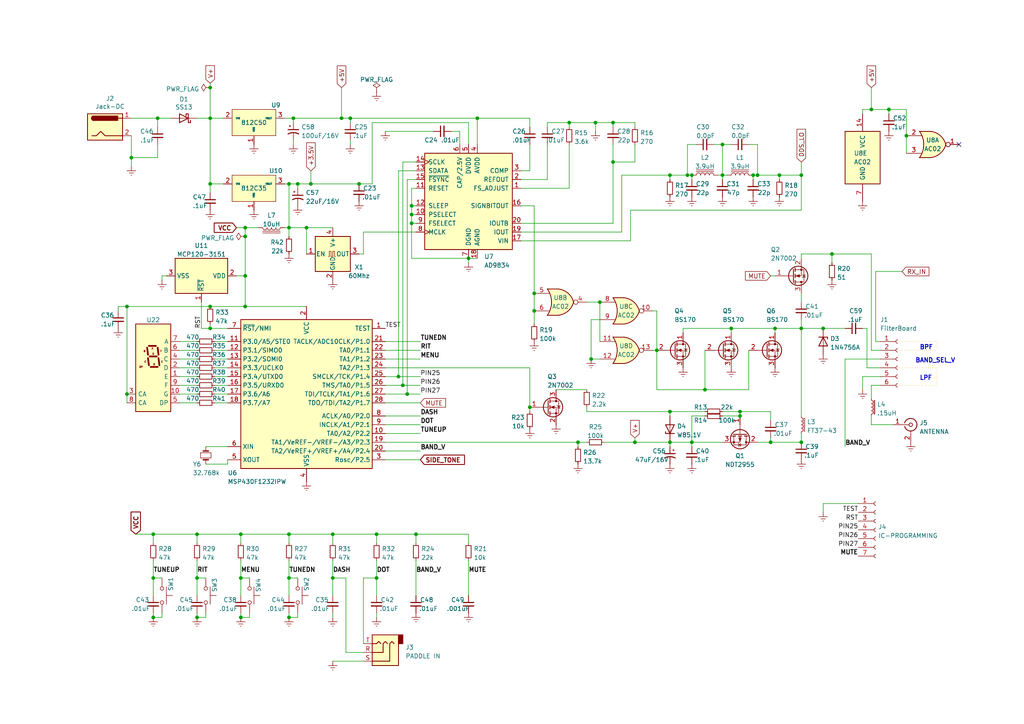
<source format=kicad_sch>
(kicad_sch (version 20211123) (generator eeschema)
  (paper "A4")
  (junction (at 69.85 167.64))
  (junction (at 57.15 179.07))
  (junction (at 257.81 31.75))
  (junction (at 209.55 50.8))
  (junction (at 153.67 118.11))
  (junction (at 116.84 111.76))
  (junction (at 223.52 128.27))
  (junction (at 219.71 50.8))
  (junction (at 60.96 25.4))
  (junction (at 60.96 53.34))
  (junction (at 194.31 128.27))
  (junction (at 57.15 167.64))
  (junction (at 45.72 34.29))
  (junction (at 119.38 59.69))
  (junction (at 200.66 50.8))
  (junction (at 101.6 34.29))
  (junction (at 262.89 39.37))
  (junction (at 214.63 120.65))
  (junction (at 212.09 95.25))
  (junction (at 36.83 88.9))
  (junction (at 184.15 128.27))
  (junction (at 71.12 88.9))
  (junction (at 60.96 34.29))
  (junction (at 83.82 179.07))
  (junction (at 83.82 167.64))
  (junction (at 194.31 50.8))
  (junction (at 83.82 154.94))
  (junction (at 209.55 41.91))
  (junction (at 119.38 64.77))
  (junction (at 135.89 74.93))
  (junction (at 154.94 85.09))
  (junction (at 238.76 95.25))
  (junction (at 38.1 45.72))
  (junction (at 60.96 95.25))
  (junction (at 109.22 154.94))
  (junction (at 44.45 154.94))
  (junction (at 96.52 167.64))
  (junction (at 232.41 95.25))
  (junction (at 57.15 154.94))
  (junction (at 204.47 113.03))
  (junction (at 71.12 80.01))
  (junction (at 85.09 34.29))
  (junction (at 44.45 179.07))
  (junction (at 173.99 87.63))
  (junction (at 194.31 119.38))
  (junction (at 104.14 53.34))
  (junction (at 214.63 119.38))
  (junction (at 232.41 128.27))
  (junction (at 171.45 104.14))
  (junction (at 69.85 154.94))
  (junction (at 44.45 167.64))
  (junction (at 60.96 88.9))
  (junction (at 224.79 95.25))
  (junction (at 86.36 53.34))
  (junction (at 177.8 35.56))
  (junction (at 88.9 66.04))
  (junction (at 96.52 154.94))
  (junction (at 119.38 62.23))
  (junction (at 69.85 179.07))
  (junction (at 241.3 73.66))
  (junction (at 232.41 50.8))
  (junction (at 172.72 35.56))
  (junction (at 90.17 53.34))
  (junction (at 154.94 90.17))
  (junction (at 83.82 53.34))
  (junction (at 109.22 167.64))
  (junction (at 199.39 50.8))
  (junction (at 120.65 154.94))
  (junction (at 138.43 34.29))
  (junction (at 190.5 101.6))
  (junction (at 71.12 66.04))
  (junction (at 99.06 34.29))
  (junction (at 165.1 35.56))
  (junction (at 252.73 31.75))
  (junction (at 71.12 68.58))
  (junction (at 218.44 50.8))
  (junction (at 83.82 66.04))
  (junction (at 226.06 50.8))
  (junction (at 118.11 114.3))
  (junction (at 115.57 109.22))
  (junction (at 36.83 114.3))
  (junction (at 200.66 128.27))
  (junction (at 177.8 46.99))
  (junction (at 167.64 128.27))
  (no_connect (at 278.13 41.91))
  (wire (pts (xy 72.39 177.8) (xy 72.39 179.07)))
  (wire (pts (xy 83.82 179.07) (xy 83.82 177.8)))
  (wire (pts (xy 250.19 109.22) (xy 255.27 109.22)))
  (wire (pts (xy 34.29 90.17) (xy 34.29 88.9)))
  (wire (pts (xy 194.31 50.8) (xy 194.31 52.07)))
  (wire (pts (xy 83.82 53.34) (xy 83.82 66.04)))
  (wire (pts (xy 133.35 41.91) (xy 133.35 38.1)))
  (wire (pts (xy 190.5 101.6) (xy 190.5 113.03)))
  (wire (pts (xy 198.12 96.52) (xy 198.12 95.25)))
  (wire (pts (xy 45.72 34.29) (xy 49.53 34.29)))
  (wire (pts (xy 262.89 31.75) (xy 262.89 39.37)))
  (wire (pts (xy 69.85 154.94) (xy 69.85 157.48)))
  (wire (pts (xy 232.41 95.25) (xy 238.76 95.25)))
  (wire (pts (xy 207.01 41.91) (xy 209.55 41.91)))
  (wire (pts (xy 226.06 50.8) (xy 226.06 52.07)))
  (wire (pts (xy 120.65 64.77) (xy 119.38 64.77)))
  (wire (pts (xy 109.22 167.64) (xy 109.22 172.72)))
  (wire (pts (xy 105.41 186.69) (xy 105.41 167.64)))
  (wire (pts (xy 34.29 88.9) (xy 36.83 88.9)))
  (wire (pts (xy 60.96 93.98) (xy 60.96 95.25)))
  (wire (pts (xy 99.06 25.4) (xy 99.06 34.29)))
  (wire (pts (xy 83.82 66.04) (xy 83.82 68.58)))
  (wire (pts (xy 52.07 109.22) (xy 57.15 109.22)))
  (wire (pts (xy 82.55 34.29) (xy 85.09 34.29)))
  (wire (pts (xy 204.47 113.03) (xy 217.17 113.03)))
  (wire (pts (xy 38.1 45.72) (xy 38.1 48.26)))
  (wire (pts (xy 204.47 119.38) (xy 194.31 119.38)))
  (wire (pts (xy 173.99 92.71) (xy 171.45 92.71)))
  (wire (pts (xy 161.29 113.03) (xy 170.18 113.03)))
  (wire (pts (xy 238.76 95.25) (xy 245.11 95.25)))
  (wire (pts (xy 82.55 53.34) (xy 83.82 53.34)))
  (wire (pts (xy 138.43 34.29) (xy 138.43 41.91)))
  (wire (pts (xy 52.07 116.84) (xy 57.15 116.84)))
  (wire (pts (xy 257.81 31.75) (xy 257.81 33.02)))
  (wire (pts (xy 250.19 31.75) (xy 252.73 31.75)))
  (wire (pts (xy 52.07 106.68) (xy 57.15 106.68)))
  (wire (pts (xy 101.6 34.29) (xy 138.43 34.29)))
  (wire (pts (xy 177.8 64.77) (xy 177.8 46.99)))
  (wire (pts (xy 254 99.06) (xy 255.27 99.06)))
  (wire (pts (xy 82.55 66.04) (xy 83.82 66.04)))
  (polyline (pts (xy 271.78 99.06) (xy 271.78 101.6)) (stroke (width 0) (type dot) (color 255 153 0 1)))
  (wire (pts (xy 135.89 154.94) (xy 135.89 157.48)))
  (wire (pts (xy 175.26 128.27) (xy 184.15 128.27)))
  (wire (pts (xy 62.23 111.76) (xy 66.04 111.76)))
  (wire (pts (xy 69.85 162.56) (xy 69.85 167.64)))
  (wire (pts (xy 177.8 41.91) (xy 177.8 46.99)))
  (wire (pts (xy 180.34 67.31) (xy 151.13 67.31)))
  (polyline (pts (xy 267.97 106.68) (xy 271.78 106.68)) (stroke (width 0) (type dot) (color 255 153 0 1)))
  (wire (pts (xy 60.96 34.29) (xy 64.77 34.29)))
  (wire (pts (xy 158.75 35.56) (xy 165.1 35.56)))
  (wire (pts (xy 153.67 118.11) (xy 153.67 106.68)))
  (wire (pts (xy 45.72 45.72) (xy 38.1 45.72)))
  (wire (pts (xy 184.15 36.83) (xy 184.15 35.56)))
  (wire (pts (xy 167.64 129.54) (xy 167.64 128.27)))
  (polyline (pts (xy 271.78 106.68) (xy 271.78 111.76)) (stroke (width 0) (type dot) (color 255 153 0 1)))
  (wire (pts (xy 223.52 119.38) (xy 223.52 121.92)))
  (wire (pts (xy 36.83 114.3) (xy 36.83 88.9)))
  (wire (pts (xy 209.55 50.8) (xy 209.55 52.07)))
  (wire (pts (xy 252.73 31.75) (xy 257.81 31.75)))
  (wire (pts (xy 57.15 154.94) (xy 69.85 154.94)))
  (wire (pts (xy 171.45 92.71) (xy 171.45 104.14)))
  (wire (pts (xy 39.37 154.94) (xy 44.45 154.94)))
  (wire (pts (xy 209.55 50.8) (xy 210.82 50.8)))
  (wire (pts (xy 151.13 69.85) (xy 182.88 69.85)))
  (wire (pts (xy 96.52 177.8) (xy 96.52 179.07)))
  (wire (pts (xy 120.65 154.94) (xy 135.89 154.94)))
  (wire (pts (xy 62.23 99.06) (xy 66.04 99.06)))
  (wire (pts (xy 154.94 85.09) (xy 154.94 90.17)))
  (wire (pts (xy 44.45 154.94) (xy 44.45 157.48)))
  (polyline (pts (xy 260.35 111.76) (xy 267.97 111.76)) (stroke (width 0) (type dot) (color 255 153 0 1)))
  (wire (pts (xy 204.47 113.03) (xy 204.47 101.6)))
  (wire (pts (xy 96.52 162.56) (xy 96.52 167.64)))
  (wire (pts (xy 224.79 95.25) (xy 224.79 96.52)))
  (wire (pts (xy 104.14 53.34) (xy 107.95 53.34)))
  (wire (pts (xy 59.69 179.07) (xy 57.15 179.07)))
  (wire (pts (xy 66.04 134.62) (xy 66.04 133.35)))
  (wire (pts (xy 172.72 35.56) (xy 172.72 38.1)))
  (wire (pts (xy 119.38 62.23) (xy 119.38 64.77)))
  (wire (pts (xy 151.13 59.69) (xy 154.94 59.69)))
  (wire (pts (xy 111.76 38.1) (xy 125.73 38.1)))
  (wire (pts (xy 219.71 50.8) (xy 226.06 50.8)))
  (wire (pts (xy 209.55 41.91) (xy 212.09 41.91)))
  (wire (pts (xy 245.11 104.14) (xy 255.27 104.14)))
  (wire (pts (xy 64.77 53.34) (xy 60.96 53.34)))
  (wire (pts (xy 62.23 101.6) (xy 66.04 101.6)))
  (wire (pts (xy 223.52 127) (xy 223.52 128.27)))
  (wire (pts (xy 182.88 60.96) (xy 232.41 60.96)))
  (wire (pts (xy 214.63 119.38) (xy 214.63 120.65)))
  (wire (pts (xy 100.33 189.23) (xy 100.33 167.64)))
  (wire (pts (xy 107.95 35.56) (xy 135.89 35.56)))
  (wire (pts (xy 158.75 52.07) (xy 158.75 41.91)))
  (wire (pts (xy 62.23 116.84) (xy 66.04 116.84)))
  (wire (pts (xy 232.41 85.09) (xy 232.41 87.63)))
  (wire (pts (xy 252.73 25.4) (xy 252.73 31.75)))
  (wire (pts (xy 52.07 114.3) (xy 57.15 114.3)))
  (wire (pts (xy 153.67 41.91) (xy 153.67 49.53)))
  (wire (pts (xy 44.45 162.56) (xy 44.45 167.64)))
  (wire (pts (xy 257.81 31.75) (xy 262.89 31.75)))
  (wire (pts (xy 44.45 154.94) (xy 57.15 154.94)))
  (wire (pts (xy 170.18 118.11) (xy 170.18 119.38)))
  (wire (pts (xy 138.43 34.29) (xy 153.67 34.29)))
  (wire (pts (xy 167.64 128.27) (xy 170.18 128.27)))
  (wire (pts (xy 135.89 74.93) (xy 135.89 76.2)))
  (wire (pts (xy 232.41 73.66) (xy 241.3 73.66)))
  (wire (pts (xy 121.92 120.65) (xy 111.76 120.65)))
  (wire (pts (xy 173.99 87.63) (xy 173.99 99.06)))
  (wire (pts (xy 209.55 119.38) (xy 214.63 119.38)))
  (wire (pts (xy 177.8 36.83) (xy 177.8 35.56)))
  (wire (pts (xy 198.12 95.25) (xy 212.09 95.25)))
  (wire (pts (xy 86.36 177.8) (xy 86.36 179.07)))
  (wire (pts (xy 184.15 35.56) (xy 177.8 35.56)))
  (wire (pts (xy 86.36 179.07) (xy 83.82 179.07)))
  (wire (pts (xy 105.41 189.23) (xy 100.33 189.23)))
  (wire (pts (xy 120.65 54.61) (xy 119.38 54.61)))
  (wire (pts (xy 116.84 111.76) (xy 121.92 111.76)))
  (wire (pts (xy 184.15 127) (xy 184.15 128.27)))
  (wire (pts (xy 71.12 66.04) (xy 71.12 68.58)))
  (wire (pts (xy 46.99 81.28) (xy 46.99 80.01)))
  (wire (pts (xy 69.85 167.64) (xy 69.85 172.72)))
  (wire (pts (xy 83.82 162.56) (xy 83.82 167.64)))
  (wire (pts (xy 252.73 111.76) (xy 255.27 111.76)))
  (wire (pts (xy 109.22 154.94) (xy 109.22 157.48)))
  (wire (pts (xy 85.09 40.64) (xy 85.09 41.91)))
  (wire (pts (xy 133.35 38.1) (xy 130.81 38.1)))
  (wire (pts (xy 118.11 114.3) (xy 118.11 52.07)))
  (wire (pts (xy 52.07 99.06) (xy 57.15 99.06)))
  (wire (pts (xy 119.38 74.93) (xy 135.89 74.93)))
  (wire (pts (xy 60.96 88.9) (xy 71.12 88.9)))
  (wire (pts (xy 86.36 53.34) (xy 86.36 54.61)))
  (wire (pts (xy 121.92 104.14) (xy 111.76 104.14)))
  (wire (pts (xy 252.73 123.19) (xy 259.08 123.19)))
  (wire (pts (xy 111.76 111.76) (xy 116.84 111.76)))
  (wire (pts (xy 212.09 95.25) (xy 212.09 96.52)))
  (wire (pts (xy 101.6 40.64) (xy 101.6 41.91)))
  (wire (pts (xy 109.22 162.56) (xy 109.22 167.64)))
  (wire (pts (xy 170.18 87.63) (xy 173.99 87.63)))
  (wire (pts (xy 154.94 90.17) (xy 154.94 93.98)))
  (wire (pts (xy 190.5 101.6) (xy 190.5 90.17)))
  (wire (pts (xy 204.47 120.65) (xy 200.66 120.65)))
  (wire (pts (xy 251.46 106.68) (xy 255.27 106.68)))
  (wire (pts (xy 115.57 109.22) (xy 115.57 49.53)))
  (wire (pts (xy 90.17 49.53) (xy 90.17 53.34)))
  (wire (pts (xy 153.67 106.68) (xy 111.76 106.68)))
  (wire (pts (xy 212.09 95.25) (xy 224.79 95.25)))
  (wire (pts (xy 250.19 95.25) (xy 251.46 95.25)))
  (wire (pts (xy 72.39 179.07) (xy 69.85 179.07)))
  (wire (pts (xy 199.39 50.8) (xy 200.66 50.8)))
  (wire (pts (xy 83.82 154.94) (xy 83.82 157.48)))
  (wire (pts (xy 135.89 74.93) (xy 138.43 74.93)))
  (wire (pts (xy 57.15 167.64) (xy 57.15 172.72)))
  (wire (pts (xy 194.31 128.27) (xy 194.31 129.54)))
  (wire (pts (xy 194.31 50.8) (xy 199.39 50.8)))
  (wire (pts (xy 96.52 167.64) (xy 96.52 172.72)))
  (wire (pts (xy 96.52 154.94) (xy 109.22 154.94)))
  (wire (pts (xy 232.41 74.93) (xy 232.41 73.66)))
  (wire (pts (xy 184.15 41.91) (xy 184.15 46.99)))
  (wire (pts (xy 217.17 113.03) (xy 217.17 101.6)))
  (wire (pts (xy 241.3 73.66) (xy 241.3 76.2)))
  (wire (pts (xy 194.31 128.27) (xy 200.66 128.27)))
  (wire (pts (xy 200.66 50.8) (xy 200.66 52.07)))
  (wire (pts (xy 107.95 35.56) (xy 107.95 53.34)))
  (wire (pts (xy 232.41 50.8) (xy 232.41 60.96)))
  (wire (pts (xy 58.42 87.63) (xy 58.42 95.25)))
  (wire (pts (xy 219.71 41.91) (xy 219.71 50.8)))
  (wire (pts (xy 69.85 167.64) (xy 72.39 167.64)))
  (wire (pts (xy 105.41 73.66) (xy 105.41 67.31)))
  (wire (pts (xy 194.31 50.8) (xy 180.34 50.8)))
  (wire (pts (xy 46.99 179.07) (xy 44.45 179.07)))
  (wire (pts (xy 71.12 68.58) (xy 71.12 80.01)))
  (wire (pts (xy 60.96 53.34) (xy 60.96 55.88)))
  (wire (pts (xy 109.22 154.94) (xy 120.65 154.94)))
  (wire (pts (xy 177.8 35.56) (xy 172.72 35.56)))
  (wire (pts (xy 180.34 50.8) (xy 180.34 67.31)))
  (wire (pts (xy 71.12 66.04) (xy 74.93 66.04)))
  (wire (pts (xy 119.38 54.61) (xy 119.38 59.69)))
  (wire (pts (xy 120.65 154.94) (xy 120.65 157.48)))
  (wire (pts (xy 59.69 134.62) (xy 66.04 134.62)))
  (polyline (pts (xy 260.35 99.06) (xy 271.78 99.06)) (stroke (width 0) (type dot) (color 255 153 0 1)))
  (wire (pts (xy 45.72 36.83) (xy 45.72 34.29)))
  (wire (pts (xy 52.07 104.14) (xy 57.15 104.14)))
  (wire (pts (xy 151.13 64.77) (xy 177.8 64.77)))
  (wire (pts (xy 238.76 148.59) (xy 238.76 146.05)))
  (wire (pts (xy 200.66 128.27) (xy 209.55 128.27)))
  (wire (pts (xy 135.89 162.56) (xy 135.89 172.72)))
  (wire (pts (xy 46.99 177.8) (xy 46.99 179.07)))
  (wire (pts (xy 111.76 109.22) (xy 115.57 109.22)))
  (wire (pts (xy 165.1 41.91) (xy 165.1 54.61)))
  (wire (pts (xy 62.23 104.14) (xy 66.04 104.14)))
  (wire (pts (xy 209.55 120.65) (xy 214.63 120.65)))
  (wire (pts (xy 241.3 73.66) (xy 252.73 73.66)))
  (wire (pts (xy 69.85 154.94) (xy 83.82 154.94)))
  (polyline (pts (xy 260.35 101.6) (xy 271.78 101.6)) (stroke (width 0) (type dot) (color 255 153 0 1)))
  (wire (pts (xy 111.76 114.3) (xy 118.11 114.3)))
  (wire (pts (xy 83.82 154.94) (xy 96.52 154.94)))
  (wire (pts (xy 36.83 114.3) (xy 36.83 116.84)))
  (wire (pts (xy 200.66 120.65) (xy 200.66 128.27)))
  (wire (pts (xy 120.65 162.56) (xy 120.65 172.72)))
  (wire (pts (xy 151.13 52.07) (xy 158.75 52.07)))
  (wire (pts (xy 105.41 67.31) (xy 120.65 67.31)))
  (wire (pts (xy 170.18 119.38) (xy 194.31 119.38)))
  (wire (pts (xy 116.84 46.99) (xy 120.65 46.99)))
  (wire (pts (xy 121.92 125.73) (xy 111.76 125.73)))
  (wire (pts (xy 119.38 64.77) (xy 119.38 74.93)))
  (wire (pts (xy 57.15 34.29) (xy 60.96 34.29)))
  (wire (pts (xy 57.15 167.64) (xy 59.69 167.64)))
  (wire (pts (xy 153.67 34.29) (xy 153.67 36.83)))
  (wire (pts (xy 111.76 133.35) (xy 121.92 133.35)))
  (wire (pts (xy 52.07 101.6) (xy 57.15 101.6)))
  (wire (pts (xy 252.73 101.6) (xy 255.27 101.6)))
  (wire (pts (xy 189.23 90.17) (xy 190.5 90.17)))
  (wire (pts (xy 62.23 106.68) (xy 66.04 106.68)))
  (wire (pts (xy 83.82 167.64) (xy 86.36 167.64)))
  (wire (pts (xy 111.76 128.27) (xy 167.64 128.27)))
  (wire (pts (xy 90.17 53.34) (xy 104.14 53.34)))
  (wire (pts (xy 60.96 53.34) (xy 60.96 34.29)))
  (wire (pts (xy 46.99 80.01) (xy 48.26 80.01)))
  (wire (pts (xy 121.92 99.06) (xy 111.76 99.06)))
  (wire (pts (xy 121.92 116.84) (xy 111.76 116.84)))
  (wire (pts (xy 115.57 109.22) (xy 121.92 109.22)))
  (wire (pts (xy 209.55 41.91) (xy 209.55 50.8)))
  (wire (pts (xy 96.52 154.94) (xy 96.52 157.48)))
  (wire (pts (xy 36.83 88.9) (xy 60.96 88.9)))
  (wire (pts (xy 118.11 52.07) (xy 120.65 52.07)))
  (wire (pts (xy 71.12 80.01) (xy 71.12 88.9)))
  (wire (pts (xy 217.17 41.91) (xy 219.71 41.91)))
  (wire (pts (xy 57.15 179.07) (xy 57.15 177.8)))
  (wire (pts (xy 120.65 59.69) (xy 119.38 59.69)))
  (wire (pts (xy 109.22 177.8) (xy 109.22 179.07)))
  (wire (pts (xy 60.96 95.25) (xy 66.04 95.25)))
  (wire (pts (xy 252.73 111.76) (xy 252.73 115.57)))
  (wire (pts (xy 85.09 34.29) (xy 99.06 34.29)))
  (wire (pts (xy 171.45 104.14) (xy 173.99 104.14)))
  (wire (pts (xy 38.1 34.29) (xy 45.72 34.29)))
  (wire (pts (xy 218.44 50.8) (xy 219.71 50.8)))
  (wire (pts (xy 250.19 33.02) (xy 250.19 31.75)))
  (wire (pts (xy 219.71 128.27) (xy 223.52 128.27)))
  (wire (pts (xy 165.1 54.61) (xy 151.13 54.61)))
  (wire (pts (xy 58.42 95.25) (xy 60.96 95.25)))
  (wire (pts (xy 238.76 146.05) (xy 248.92 146.05)))
  (wire (pts (xy 208.28 50.8) (xy 209.55 50.8)))
  (polyline (pts (xy 260.35 106.68) (xy 267.97 106.68)) (stroke (width 0) (type dot) (color 255 153 0 1)))
  (wire (pts (xy 119.38 59.69) (xy 119.38 62.23)))
  (wire (pts (xy 251.46 95.25) (xy 251.46 106.68)))
  (wire (pts (xy 71.12 88.9) (xy 88.9 88.9)))
  (wire (pts (xy 85.09 34.29) (xy 85.09 35.56)))
  (wire (pts (xy 252.73 73.66) (xy 252.73 101.6)))
  (wire (pts (xy 194.31 119.38) (xy 194.31 120.65)))
  (wire (pts (xy 226.06 50.8) (xy 232.41 50.8)))
  (wire (pts (xy 153.67 118.11) (xy 153.67 119.38)))
  (wire (pts (xy 44.45 167.64) (xy 44.45 172.72)))
  (wire (pts (xy 120.65 62.23) (xy 119.38 62.23)))
  (wire (pts (xy 111.76 130.81) (xy 121.92 130.81)))
  (wire (pts (xy 218.44 50.8) (xy 218.44 52.07)))
  (wire (pts (xy 96.52 191.77) (xy 105.41 191.77)))
  (wire (pts (xy 223.52 80.01) (xy 224.79 80.01)))
  (wire (pts (xy 104.14 73.66) (xy 105.41 73.66)))
  (wire (pts (xy 57.15 154.94) (xy 57.15 157.48)))
  (wire (pts (xy 69.85 179.07) (xy 69.85 177.8)))
  (wire (pts (xy 121.92 101.6) (xy 111.76 101.6)))
  (wire (pts (xy 189.23 101.6) (xy 190.5 101.6)))
  (wire (pts (xy 59.69 177.8) (xy 59.69 179.07)))
  (wire (pts (xy 44.45 167.64) (xy 46.99 167.64)))
  (wire (pts (xy 200.66 128.27) (xy 200.66 129.54)))
  (wire (pts (xy 154.94 59.69) (xy 154.94 85.09)))
  (wire (pts (xy 105.41 167.64) (xy 109.22 167.64)))
  (wire (pts (xy 52.07 111.76) (xy 57.15 111.76)))
  (wire (pts (xy 224.79 95.25) (xy 232.41 95.25)))
  (wire (pts (xy 60.96 25.4) (xy 60.96 34.29)))
  (wire (pts (xy 190.5 113.03) (xy 204.47 113.03)))
  (wire (pts (xy 158.75 36.83) (xy 158.75 35.56)))
  (wire (pts (xy 115.57 49.53) (xy 120.65 49.53)))
  (wire (pts (xy 96.52 167.64) (xy 100.33 167.64)))
  (wire (pts (xy 59.69 129.54) (xy 66.04 129.54)))
  (wire (pts (xy 182.88 69.85) (xy 182.88 60.96)))
  (wire (pts (xy 135.89 35.56) (xy 135.89 41.91)))
  (wire (pts (xy 83.82 167.64) (xy 83.82 172.72)))
  (wire (pts (xy 199.39 41.91) (xy 199.39 50.8)))
  (wire (pts (xy 177.8 46.99) (xy 184.15 46.99)))
  (wire (pts (xy 232.41 92.71) (xy 232.41 95.25)))
  (wire (pts (xy 101.6 34.29) (xy 101.6 35.56)))
  (wire (pts (xy 118.11 114.3) (xy 121.92 114.3)))
  (wire (pts (xy 88.9 66.04) (xy 96.52 66.04)))
  (wire (pts (xy 165.1 35.56) (xy 172.72 35.56)))
  (polyline (pts (xy 271.78 111.76) (xy 267.97 111.76)) (stroke (width 0) (type dot) (color 255 153 0 1)))
  (wire (pts (xy 250.19 113.03) (xy 250.19 109.22)))
  (wire (pts (xy 223.52 128.27) (xy 232.41 128.27)))
  (wire (pts (xy 232.41 125.73) (xy 232.41 128.27)))
  (wire (pts (xy 83.82 66.04) (xy 88.9 66.04)))
  (wire (pts (xy 165.1 35.56) (xy 165.1 36.83)))
  (wire (pts (xy 88.9 66.04) (xy 88.9 73.66)))
  (wire (pts (xy 44.45 179.07) (xy 44.45 177.8)))
  (wire (pts (xy 252.73 120.65) (xy 252.73 123.19)))
  (wire (pts (xy 45.72 41.91) (xy 45.72 45.72)))
  (wire (pts (xy 232.41 95.25) (xy 232.41 120.65)))
  (wire (pts (xy 214.63 119.38) (xy 223.52 119.38)))
  (wire (pts (xy 254 78.74) (xy 261.62 78.74)))
  (wire (pts (xy 153.67 49.53) (xy 151.13 49.53)))
  (wire (pts (xy 38.1 39.37) (xy 38.1 45.72)))
  (wire (pts (xy 254 99.06) (xy 254 78.74)))
  (wire (pts (xy 245.11 129.54) (xy 245.11 104.14)))
  (wire (pts (xy 232.41 46.99) (xy 232.41 50.8)))
  (wire (pts (xy 116.84 111.76) (xy 116.84 46.99)))
  (wire (pts (xy 99.06 34.29) (xy 101.6 34.29)))
  (wire (pts (xy 62.23 109.22) (xy 66.04 109.22)))
  (wire (pts (xy 121.92 123.19) (xy 111.76 123.19)))
  (wire (pts (xy 68.58 66.04) (xy 71.12 66.04)))
  (wire (pts (xy 83.82 53.34) (xy 86.36 53.34)))
  (wire (pts (xy 262.89 39.37) (xy 262.89 44.45)))
  (wire (pts (xy 62.23 114.3) (xy 66.04 114.3)))
  (wire (pts (xy 90.17 53.34) (xy 86.36 53.34)))
  (wire (pts (xy 201.93 41.91) (xy 199.39 41.91)))
  (wire (pts (xy 184.15 128.27) (xy 194.31 128.27)))
  (wire (pts (xy 68.58 80.01) (xy 71.12 80.01)))
  (wire (pts (xy 57.15 162.56) (xy 57.15 167.64)))
  (wire (pts (xy 60.96 25.4) (xy 60.96 24.13)))
  (text "BAND_SEL_V" (at 265.43 105.41 0) (effects (font (size 1.27 1.27) (thickness 0.254) bold) (justify left bottom)))
  (text "LPF" (at 266.7 110.49 0) (effects (font (size 1.27 1.27) (thickness 0.254) bold) (justify left bottom)))
  (text "BPF" (at 266.7 101.6 0) (effects (font (size 1.27 1.27) bold) (justify left bottom)))
  (label "PIN26" (at 121.92 111.76 0))
  (label "TUNEUP" (at 121.92 125.73 0) (effects (font bold)))
  (label "BAND_V" (at 245.11 129.54 0) (effects (font bold)))
  (label "TUNEDN" (at 121.92 99.06 0) (effects (font bold)))
  (label "TEST" (at 111.76 95.25 0))
  (label "PIN26" (at 248.92 156.21 180))
  (label "DASH" (at 121.92 120.65 0) (effects (font bold)))
  (label "BAND_V" (at 121.92 130.81 0) (effects (font bold)))
  (label "DOT" (at 109.22 166.37 0) (effects (font bold)))
  (label "RST" (at 58.42 95.25 90))
  (label "RIT" (at 121.92 101.6 0) (effects (font bold)))
  (label "MENU" (at 121.92 104.14 0) (effects (font bold)))
  (label "MENU" (at 69.85 166.37 0) (effects (font bold)))
  (label "TUNEDN" (at 83.82 166.37 0) (effects (font bold)))
  (label "MUTE" (at 248.92 161.29 180) (effects (font (thickness 0.254) bold)))
  (label "RST" (at 248.92 151.13 180))
  (label "TEST" (at 248.92 148.59 180))
  (label "MUTE" (at 135.89 166.37 0) (effects (font bold)))
  (label "RIT" (at 57.15 166.37 0) (effects (font bold)))
  (label "BAND_V" (at 120.65 166.37 0) (effects (font bold)))
  (label "DOT" (at 121.92 123.19 0) (effects (font bold)))
  (label "DASH" (at 96.52 166.37 0) (effects (font bold)))
  (label "PIN27" (at 248.92 158.75 180))
  (label "TUNEUP" (at 44.45 166.37 0) (effects (font bold)))
  (label "PIN27" (at 121.92 114.3 0))
  (label "PIN25" (at 121.92 109.22 0))
  (label "PIN25" (at 248.92 153.67 180))
  (global_label "+3.5V" (shape input) (at 90.17 49.53 90) (property "Intersheet References" "${INTERSHEET_REFS}" (effects hide)))
  (global_label "VCC" (shape input) (at 68.58 66.04 180) (effects (font bold)) (property "Intersheet References" "${INTERSHEET_REFS}" (effects hide)))
  (global_label "V+" (shape input) (at 60.96 24.13 90) (property "Intersheet References" "${INTERSHEET_REFS}" (effects hide)))
  (global_label "VCC" (shape input) (at 39.37 154.94 90) (effects (font bold)) (property "Intersheet References" "${INTERSHEET_REFS}" (effects hide)))
  (global_label "+5V" (shape input) (at 99.06 25.4 90) (property "Intersheet References" "${INTERSHEET_REFS}" (effects hide)))
  (global_label "+5V" (shape input) (at 252.73 25.4 90) (property "Intersheet References" "${INTERSHEET_REFS}" (effects hide)))
  (global_label "DDS_LO" (shape input) (at 232.41 46.99 90) (property "Intersheet References" "${INTERSHEET_REFS}" (effects hide)))
  (global_label "MUTE" (shape input) (at 121.92 116.84 0) (property "Intersheet References" "${INTERSHEET_REFS}" (effects hide)))
  (global_label "SIDE_TONE" (shape input) (at 121.92 133.35 0) (effects (font bold)) (property "Intersheet References" "${INTERSHEET_REFS}" (effects hide)))
  (global_label "RX_IN" (shape input) (at 261.62 78.74 0) (property "Intersheet References" "${INTERSHEET_REFS}" (effects hide)))
  (global_label "MUTE" (shape input) (at 223.52 80.01 180) (property "Intersheet References" "${INTERSHEET_REFS}" (effects hide)))
  (global_label "V+" (shape input) (at 184.15 127 90) (property "Intersheet References" "${INTERSHEET_REFS}" (effects hide)))
  (symbol (lib_id "Device:C_Small") (at 128.27 38.1 90) (unit 1)
    (property "Reference" "C24" (at 127 40.64 90) (effects (justify left)))
    (property "Value" ".01uF" (at 133.35 40.64 90) (effects (justify left)))
    (property "Footprint" "Capacitor_SMD:C_0805_2012Metric" (effects hide))
  )
  (symbol (lib_id "Transistor_FET:BS170") (at 195.58 101.6 0) (unit 1)
    (property "Reference" "Q4" (at 195.58 90.1731 0) (effects (justify left)))
    (property "Value" "BS170" (at 195.58 92.71 0) (effects (justify left)))
    (property "Footprint" "Package_TO_SOT_THT:TO-92" (effects hide))
    (property "Datasheet" "https://www.onsemi.com/pub/Collateral/BS170-D.PDF" (effects hide))
  )
  (symbol (lib_id "Device:R_Small") (at 109.22 160.02 0) (unit 1)
    (property "Reference" "R32" (at 110.7186 159.1853 0) (effects (justify left)))
    (property "Value" "47k" (at 110.7186 161.7222 0) (effects (justify left)))
    (property "Footprint" "Resistor_SMD:R_0805_2012Metric" (effects hide))
  )
  (symbol (lib_id "Connector:AudioJack3") (at 110.49 189.23 180) (unit 1)
    (property "Reference" "J3" (at 117.602 187.7603 0) (effects (justify right)))
    (property "Value" "PADDLE IN" (at 117.602 190.2972 0) (effects (justify right)))
    (property "Footprint" "Connector_Audio:Jack_3.5mm_CUI_SJ-3523-SMT_Horizontal" (effects hide))
  )
  (symbol (lib_id "Device:L_Iron") (at 204.47 50.8 90) (unit 1)
    (property "Reference" "L2" (at 204.47 45.7032 90))
    (property "Value" "3.9uH" (at 204.47 48.2401 90))
    (property "Footprint" "Inductor_SMD:L_2010_5025Metric" (effects hide))
  )
  (symbol (lib_id "Transistor_FET:BS170") (at 209.55 101.6 0) (unit 1)
    (property "Reference" "Q5" (at 209.55 90.1731 0) (effects (justify left)))
    (property "Value" "BS170" (at 209.55 92.71 0) (effects (justify left)))
    (property "Footprint" "Package_TO_SOT_THT:TO-92" (effects hide))
    (property "Datasheet" "https://www.onsemi.com/pub/Collateral/BS170-D.PDF" (effects hide))
  )
  (symbol (lib_id "Device:R_Small") (at 44.45 160.02 0) (unit 1)
    (property "Reference" "R28" (at 45.9486 159.1853 0) (effects (justify left)))
    (property "Value" "47k" (at 45.9486 161.7222 0) (effects (justify left)))
    (property "Footprint" "Resistor_SMD:R_0805_2012Metric" (effects hide))
  )
  (symbol (lib_id "Diode:BZT52Bxx") (at 194.31 124.46 90) (unit 1)
    (property "Reference" "D4" (at 196.342 123.6253 90) (effects (justify right)))
    (property "Value" "W85.1V" (at 196.342 126.1622 90) (effects (justify right)))
    (property "Footprint" "Diode_SMD:D_SOD-123" (effects hide))
    (property "Datasheet" "https://diotec.com/tl_files/diotec/files/pdf/datasheets/bzt52b2v4.pdf" (effects hide))
  )
  (symbol (lib_id "Device:R_Small") (at 69.85 160.02 0) (unit 1)
    (property "Reference" "R30" (at 71.3486 159.1853 0) (effects (justify left)))
    (property "Value" "47k" (at 71.3486 161.7222 0) (effects (justify left)))
    (property "Footprint" "Resistor_SMD:R_0805_2012Metric" (effects hide))
  )
  (symbol (lib_id "Transistor_FET:2N7002") (at 229.87 80.01 0) (mirror x) (unit 1)
    (property "Reference" "Q2" (at 223.52 72.3931 0) (effects (justify left)))
    (property "Value" "2N7002" (at 223.52 74.93 0) (effects (justify left)))
    (property "Footprint" "Package_TO_SOT_SMD:SOT-23" (effects hide))
    (property "Datasheet" "https://www.onsemi.com/pub/Collateral/NDS7002A-D.PDF" (effects hide))
  )
  (symbol (lib_id "Device:R_Small") (at 154.94 96.52 0) (unit 1)
    (property "Reference" "R19" (at 156.4386 95.6853 0) (effects (justify left)))
    (property "Value" "100k" (at 156.4386 98.2222 0) (effects (justify left)))
    (property "Footprint" "Resistor_SMD:R_0805_2012Metric" (effects hide))
  )
  (symbol (lib_id "power:GNDREF") (at 161.29 123.19 0) (unit 1)
    (property "Reference" "#PWR0123" (effects hide))
    (property "Value" "GNDREF" (effects hide))
  )
  (symbol (lib_id "power:GNDREF") (at 224.79 106.68 0) (unit 1)
    (property "Reference" "#PWR0121" (effects hide))
    (property "Value" "GNDREF" (effects hide))
  )
  (symbol (lib_id "Device:C_Small") (at 218.44 54.61 0) (mirror y) (unit 1)
    (property "Reference" "C33" (at 223.52 53.34 0) (effects (justify left)))
    (property "Value" "22p" (at 223.52 55.88 0) (effects (justify left)))
    (property "Footprint" "Capacitor_SMD:C_0805_2012Metric" (effects hide))
  )
  (symbol (lib_id "power:GNDREF") (at 101.6 41.91 0) (unit 1)
    (property "Reference" "#PWR0138" (effects hide))
    (property "Value" "GNDREF" (effects hide))
  )
  (symbol (lib_id "Device:L_Ferrite_Small") (at 232.41 123.19 0) (unit 1)
    (property "Reference" "L3" (at 234.061 122.3553 0) (effects (justify left)))
    (property "Value" "FT37-43" (at 234.061 124.8922 0) (effects (justify left)))
    (property "Footprint" "CraftsmanICs:Choke_Toroid_horizontal_Diameter10-5mm_Amidon-FT37" (effects hide))
  )
  (symbol (lib_id "Diode:1N47xxA") (at 238.76 99.06 270) (unit 1)
    (property "Reference" "D3" (at 240.792 98.2253 90) (effects (justify left)))
    (property "Value" "1N4756A" (at 240.792 100.7622 90) (effects (justify left)))
    (property "Footprint" "Diode_THT:D_DO-41_SOD81_P7.62mm_Horizontal" (effects hide))
    (property "Datasheet" "https://www.vishay.com/docs/85816/1n4728a.pdf" (effects hide))
  )
  (symbol (lib_id "power:GNDREF") (at 109.22 179.07 0) (unit 1)
    (property "Reference" "#PWR0134" (effects hide))
    (property "Value" "GNDREF" (effects hide))
  )
  (symbol (lib_id "Device:R_Small") (at 59.69 111.76 90) (unit 1)
    (property "Reference" "R39" (at 63.5 110.49 90))
    (property "Value" "470" (at 55.88 110.49 90))
    (property "Footprint" "Resistor_SMD:R_0805_2012Metric" (effects hide))
  )
  (symbol (lib_id "power:GNDREF") (at 226.06 57.15 0) (unit 1)
    (property "Reference" "#PWR0113" (effects hide))
    (property "Value" "GNDREF" (effects hide))
  )
  (symbol (lib_id "power:GNDREF") (at 60.96 60.96 0) (unit 1)
    (property "Reference" "#PWR0146" (effects hide))
    (property "Value" "GNDREF" (effects hide))
  )
  (symbol (lib_id "Device:R_Small") (at 241.3 78.74 180) (unit 1)
    (property "Reference" "R20" (at 242.7986 77.9053 0) (effects (justify right)))
    (property "Value" "51" (at 242.7986 80.4422 0) (effects (justify right)))
    (property "Footprint" "Resistor_SMD:R_0805_2012Metric" (effects hide))
  )
  (symbol (lib_id "power:GNDREF") (at 120.65 177.8 0) (unit 1)
    (property "Reference" "#PWR0133" (effects hide))
    (property "Value" "GNDREF" (effects hide))
  )
  (symbol (lib_id "power:GNDREF") (at 69.85 179.07 0) (unit 1)
    (property "Reference" "#PWR0127" (effects hide))
    (property "Value" "GNDREF" (effects hide))
  )
  (symbol (lib_id "Device:L_Iron_Small") (at 252.73 118.11 0) (unit 1)
    (property "Reference" "L4" (at 254.381 117.2753 0) (effects (justify left)))
    (property "Value" ".15uH" (at 254.381 119.8122 0) (effects (justify left)))
    (property "Footprint" "Inductor_SMD:L_2010_5025Metric" (effects hide))
  )
  (symbol (lib_id "power:GNDREF") (at 250.19 58.42 0) (unit 1)
    (property "Reference" "#PWR0102" (effects hide))
    (property "Value" "GNDREF" (effects hide))
  )
  (symbol (lib_id "power:GNDREF") (at 111.76 38.1 0) (unit 1)
    (property "Reference" "#PWR0139" (effects hide))
    (property "Value" "GNDREF" (effects hide))
  )
  (symbol (lib_id "Device:R_Small") (at 135.89 160.02 180) (unit 1)
    (property "Reference" "R21" (at 137.3886 159.1853 0) (effects (justify right)))
    (property "Value" "10k" (at 137.3886 161.7222 0) (effects (justify right)))
    (property "Footprint" "Resistor_SMD:R_0805_2012Metric" (effects hide))
  )
  (symbol (lib_id "Device:R_Small") (at 184.15 39.37 0) (unit 1)
    (property "Reference" "R16" (at 185.6486 38.5353 0) (effects (justify left)))
    (property "Value" "270" (at 185.6486 41.0722 0) (effects (justify left)))
    (property "Footprint" "Resistor_SMD:R_0805_2012Metric" (effects hide))
  )
  (symbol (lib_id "Device:R_Small") (at 165.1 39.37 0) (unit 1)
    (property "Reference" "R15" (at 166.5986 38.5353 0) (effects (justify left)))
    (property "Value" "3.6k" (at 166.5986 41.0722 0) (effects (justify left)))
    (property "Footprint" "Resistor_SMD:R_0805_2012Metric" (effects hide))
  )
  (symbol (lib_id "power:GNDREF") (at 88.9 139.7 0) (unit 1)
    (property "Reference" "#PWR0129" (effects hide))
    (property "Value" "GNDREF" (effects hide))
  )
  (symbol (lib_id "Device:R_Small") (at 207.01 119.38 90) (unit 1)
    (property "Reference" "R13" (at 203.2 118.11 90))
    (property "Value" "22k" (at 210.82 118.11 90))
    (property "Footprint" "Resistor_SMD:R_0805_2012Metric" (effects hide))
  )
  (symbol (lib_id "74xx:74HC02") (at 250.19 45.72 0) (unit 5)
    (property "Reference" "U8" (at 247.65 44.4531 0) (effects (justify left)))
    (property "Value" "AC02" (at 247.65 46.99 0) (effects (justify left)))
    (property "Footprint" "Package_SO:SSOP-14_5.3x6.2mm_P0.65mm" (effects hide))
    (property "Datasheet" "http://www.ti.com/lit/gpn/sn74hc02" (effects hide))
  )
  (symbol (lib_id "Device:R_Small") (at 59.69 106.68 90) (unit 1)
    (property "Reference" "R37" (at 63.5 105.41 90))
    (property "Value" "470" (at 55.88 105.41 90))
    (property "Footprint" "Resistor_SMD:R_0805_2012Metric" (effects hide))
  )
  (symbol (lib_id "MCU_Texas_MSP430:MSP430F1232IPW") (at 88.9 114.3 0) (unit 1)
    (property "Reference" "U6" (at 66.04 137.16 0) (effects (justify left)))
    (property "Value" "MSP430F1232IPW" (at 66.04 139.6969 0) (effects (justify left)))
    (property "Footprint" "Package_SO:TSSOP-28_4.4x9.7mm_P0.65mm" (effects hide))
    (property "Datasheet" "http://www.ti.com/lit/ds/symlink/msp430f1232.pdf" (effects hide))
  )
  (symbol (lib_id "Device:R_Small") (at 59.69 104.14 90) (unit 1)
    (property "Reference" "R36" (at 63.5 102.87 90))
    (property "Value" "470" (at 55.88 102.87 90))
    (property "Footprint" "Resistor_SMD:R_0805_2012Metric" (effects hide))
  )
  (symbol (lib_id "74xx:74HC02") (at 181.61 101.6 0) (unit 4)
    (property "Reference" "U8" (at 181.61 100.3331 0))
    (property "Value" "AC02" (at 181.61 102.87 0))
    (property "Footprint" "Package_SO:SSOP-14_5.3x6.2mm_P0.65mm" (effects hide))
    (property "Datasheet" "http://www.ti.com/lit/gpn/sn74hc02" (effects hide))
  )
  (symbol (lib_id "power:GNDREF") (at 209.55 57.15 0) (unit 1)
    (property "Reference" "#PWR0116" (effects hide))
    (property "Value" "GNDREF" (effects hide))
  )
  (symbol (lib_id "74xx:74HC02") (at 270.51 41.91 0) (unit 1)
    (property "Reference" "U8" (at 270.51 40.64 0))
    (property "Value" "AC02" (at 270.51 43.18 0))
    (property "Footprint" "Package_SO:SSOP-14_5.3x6.2mm_P0.65mm" (effects hide))
    (property "Datasheet" "http://www.ti.com/lit/gpn/sn74hc02" (effects hide))
  )
  (symbol (lib_id "power:GNDREF") (at 135.89 76.2 0) (unit 1)
    (property "Reference" "#PWR0140" (effects hide))
    (property "Value" "GNDREF" (effects hide))
  )
  (symbol (lib_id "Device:C_Small") (at 214.63 41.91 90) (mirror x) (unit 1)
    (property "Reference" "C32" (at 212.09 36.83 90) (effects (justify right)))
    (property "Value" "0.0pF" (at 212.09 39.37 90) (effects (justify right)))
    (property "Footprint" "Capacitor_SMD:C_0805_2012Metric" (effects hide))
  )
  (symbol (lib_id "Oscillator:XO32") (at 96.52 73.66 0) (unit 1)
    (property "Reference" "X1" (at 104.14 77.47 0))
    (property "Value" "60Mhz" (at 104.14 80.0069 0))
    (property "Footprint" "Oscillator:Oscillator_SMD_EuroQuartz_XO91-4Pin_7.0x5.0mm_HandSoldering" (effects hide))
    (property "Datasheet" "http://cdn-reichelt.de/documents/datenblatt/B400/XO32.pdf" (effects hide))
  )
  (symbol (lib_id "power:GNDREF") (at 135.89 177.8 0) (unit 1)
    (property "Reference" "#PWR0132" (effects hide))
    (property "Value" "GNDREF" (effects hide))
  )
  (symbol (lib_id "Device:C_Small") (at 60.96 58.42 0) (unit 1)
    (property "Reference" "C47" (at 55.88 57.15 0) (effects (justify left)))
    (property "Value" ".1uF" (at 55.88 59.69 0) (effects (justify left)))
    (property "Footprint" "Capacitor_SMD:C_0805_2012Metric" (effects hide))
  )
  (symbol (lib_id "power:GNDREF") (at 250.19 113.03 0) (unit 1)
    (property "Reference" "#PWR0107" (effects hide))
    (property "Value" "GNDREF" (effects hide))
  )
  (symbol (lib_id "Device:C_Small") (at 257.81 35.56 0) (mirror y) (unit 1)
    (property "Reference" "C52" (at 262.89 34.29 0) (effects (justify left)))
    (property "Value" ".1uF" (at 262.89 36.83 0) (effects (justify left)))
    (property "Footprint" "Capacitor_SMD:C_0805_2012Metric" (effects hide))
  )
  (symbol (lib_id "Device:R_Small") (at 59.69 116.84 90) (unit 1)
    (property "Reference" "R41" (at 63.5 115.57 90))
    (property "Value" "470" (at 55.88 115.57 90))
    (property "Footprint" "Resistor_SMD:R_0805_2012Metric" (effects hide))
  )
  (symbol (lib_id "power:GNDREF") (at 194.31 134.62 0) (unit 1)
    (property "Reference" "#PWR0111" (effects hide))
    (property "Value" "GNDREF" (effects hide))
  )
  (symbol (lib_id "Device:C_Small") (at 247.65 95.25 90) (mirror x) (unit 1)
    (property "Reference" "C59" (at 250.19 90.17 90) (effects (justify left)))
    (property "Value" ".1uF" (at 250.19 92.71 90) (effects (justify left)))
    (property "Footprint" "Capacitor_THT:C_Disc_D3.8mm_W2.6mm_P2.50mm" (effects hide))
  )
  (symbol (lib_id "Device:R_Small") (at 59.69 99.06 90) (unit 1)
    (property "Reference" "R34" (at 63.5 97.79 90))
    (property "Value" "470" (at 55.88 97.79 90))
    (property "Footprint" "Resistor_SMD:R_0805_2012Metric" (effects hide))
  )
  (symbol (lib_id "Switch:SW_Push") (at 59.69 172.72 270) (mirror x) (unit 1)
    (property "Reference" "SW3" (at 62.23 167.64 0) (effects (justify right)))
    (property "Value" "SW_Push" (effects hide))
    (property "Footprint" "Button_Switch_THT:SW_PUSH_6mm" (effects hide))
  )
  (symbol (lib_id "power:GNDREF") (at 200.66 57.15 0) (unit 1)
    (property "Reference" "#PWR0114" (effects hide))
    (property "Value" "GNDREF" (effects hide))
  )
  (symbol (lib_id "Device:R_Small") (at 57.15 160.02 0) (unit 1)
    (property "Reference" "R29" (at 58.6486 159.1853 0) (effects (justify left)))
    (property "Value" "47k" (at 58.6486 161.7222 0) (effects (justify left)))
    (property "Footprint" "Resistor_SMD:R_0805_2012Metric" (effects hide))
  )
  (symbol (lib_id "power:GNDREF") (at 200.66 134.62 0) (unit 1)
    (property "Reference" "#PWR0109" (effects hide))
    (property "Value" "GNDREF" (effects hide))
  )
  (symbol (lib_id "power:GNDREF") (at 73.66 60.96 0) (unit 1)
    (property "Reference" "#PWR0145" (effects hide))
    (property "Value" "GNDREF" (effects hide))
  )
  (symbol (lib_id "Device:C_Small") (at 200.66 132.08 0) (mirror y) (unit 1)
    (property "Reference" "C40" (at 205.74 130.81 0) (effects (justify left)))
    (property "Value" ".1uF" (at 205.74 133.35 0) (effects (justify left)))
    (property "Footprint" "Capacitor_SMD:C_0805_2012Metric" (effects hide))
  )
  (symbol (lib_id "Device:R_Small") (at 153.67 121.92 0) (mirror x) (unit 1)
    (property "Reference" "R23" (at 152.1714 121.0853 0) (effects (justify right)))
    (property "Value" "10k" (at 152.1714 123.6222 0) (effects (justify right)))
    (property "Footprint" "Resistor_SMD:R_0805_2012Metric" (effects hide))
  )
  (symbol (lib_id "Device:C_Small") (at 177.8 39.37 0) (mirror y) (unit 1)
    (property "Reference" "C28" (at 182.88 38.1 0) (effects (justify left)))
    (property "Value" "22p" (at 182.88 40.64 0) (effects (justify left)))
    (property "Footprint" "Capacitor_SMD:C_0805_2012Metric" (effects hide))
  )
  (symbol (lib_id "power:GNDREF") (at 85.09 41.91 0) (unit 1)
    (property "Reference" "#PWR0142" (effects hide))
    (property "Value" "GNDREF" (effects hide))
  )
  (symbol (lib_id "Device:C_Small") (at 135.89 175.26 0) (unit 1)
    (property "Reference" "C49" (at 130.81 173.99 0) (effects (justify left)))
    (property "Value" ".001uF" (at 129.54 176.53 0) (effects (justify left)))
    (property "Footprint" "Capacitor_SMD:C_0805_2012Metric" (effects hide))
  )
  (symbol (lib_id "Device:R_Small") (at 194.31 54.61 0) (unit 1)
    (property "Reference" "R17" (at 195.8086 53.7753 0) (effects (justify left)))
    (property "Value" "270" (at 195.8086 56.3122 0) (effects (justify left)))
    (property "Footprint" "Resistor_SMD:R_0805_2012Metric" (effects hide))
  )
  (symbol (lib_id "Device:R_Small") (at 170.18 115.57 0) (unit 1)
    (property "Reference" "R22" (at 171.6786 114.7353 0) (effects (justify left)))
    (property "Value" "2.2k" (at 171.6786 117.2722 0) (effects (justify left)))
    (property "Footprint" "Resistor_SMD:R_0805_2012Metric" (effects hide))
  )
  (symbol (lib_id "power:GNDREF") (at 232.41 133.35 0) (unit 1)
    (property "Reference" "#PWR0105" (effects hide))
    (property "Value" "GNDREF" (effects hide))
  )
  (symbol (lib_id "power:GNDREF") (at 167.64 134.62 0) (unit 1)
    (property "Reference" "#PWR0112" (effects hide))
    (property "Value" "GNDREF" (effects hide))
  )
  (symbol (lib_id "Device:C_Small") (at 104.14 55.88 0) (mirror y) (unit 1)
    (property "Reference" "C23" (at 109.22 54.61 0) (effects (justify left)))
    (property "Value" ".01uF" (at 110.49 57.15 0) (effects (justify left)))
    (property "Footprint" "Capacitor_SMD:C_0805_2012Metric" (effects hide))
  )
  (symbol (lib_id "Device:C_Polarized_Small_US") (at 194.31 132.08 0) (mirror y) (unit 1)
    (property "Reference" "C56" (at 189.23 130.81 0) (effects (justify right)))
    (property "Value" "47uF/16V" (at 184.15 133.35 0) (effects (justify right)))
    (property "Footprint" "Capacitor_THT:CP_Radial_D5.0mm_P2.00mm" (effects hide))
  )
  (symbol (lib_id "CraftsmanICs:S-812C") (at 73.66 54.61 0) (unit 1)
    (property "Reference" "U10" (at 80.01 49.53 0))
    (property "Value" "812C35" (at 73.66 54.61 0))
    (property "Footprint" "Package_TO_SOT_SMD:SOT-89-3" (effects hide))
  )
  (symbol (lib_id "Device:C_Small") (at 200.66 54.61 0) (mirror y) (unit 1)
    (property "Reference" "C29" (at 205.74 53.34 0) (effects (justify left)))
    (property "Value" "22p" (at 205.74 55.88 0) (effects (justify left)))
    (property "Footprint" "Capacitor_SMD:C_0805_2012Metric" (effects hide))
  )
  (symbol (lib_id "Display_Character:KCSA02-107") (at 44.45 106.68 0) (mirror y) (unit 1)
    (property "Reference" "U22" (at 44.45 92.8172 0))
    (property "Value" "KCSA02-107" (effects hide))
    (property "Footprint" "Display_7Segment:KCSC02-105" (effects hide))
    (property "Datasheet" "http://www.kingbright.com/attachments/file/psearch/000/00/00/KCSA02-107(Ver.10A).pdf" (effects hide))
  )
  (symbol (lib_id "74xx:74HC02") (at 181.61 90.17 0) (unit 3)
    (property "Reference" "U8" (at 181.61 88.9031 0))
    (property "Value" "AC02" (at 181.61 91.44 0))
    (property "Footprint" "Package_SO:SSOP-14_5.3x6.2mm_P0.65mm" (effects hide))
    (property "Datasheet" "http://www.ti.com/lit/gpn/sn74hc02" (effects hide))
  )
  (symbol (lib_id "Device:L_Iron") (at 78.74 66.04 270) (unit 1)
    (property "Reference" "L7" (at 78.74 62.4672 90))
    (property "Value" "10uH" (at 78.74 65.0041 90))
    (property "Footprint" "Inductor_SMD:L_2010_5025Metric" (effects hide))
  )
  (symbol (lib_id "power:GNDREF") (at 194.31 57.15 0) (unit 1)
    (property "Reference" "#PWR0115" (effects hide))
    (property "Value" "GNDREF" (effects hide))
  )
  (symbol (lib_id "Device:C_Small") (at 34.29 92.71 0) (unit 1)
    (property "Reference" "C36" (at 29.21 91.44 0) (effects (justify left)))
    (property "Value" ".1uF" (at 29.21 93.98 0) (effects (justify left)))
    (property "Footprint" "Capacitor_SMD:C_0805_2012Metric" (effects hide))
  )
  (symbol (lib_id "Device:C_Small") (at 120.65 175.26 0) (mirror y) (unit 1)
    (property "Reference" "C48" (at 125.73 173.99 0) (effects (justify left)))
    (property "Value" ".01uF" (at 127 176.53 0) (effects (justify left)))
    (property "Footprint" "Capacitor_SMD:C_0805_2012Metric" (effects hide))
  )
  (symbol (lib_id "Switch:SW_Push") (at 86.36 172.72 270) (mirror x) (unit 1)
    (property "Reference" "SW2" (at 88.9 171.45 0) (effects (justify left)))
    (property "Value" "SW_Push" (effects hide))
    (property "Footprint" "Button_Switch_THT:SW_PUSH_6mm" (effects hide))
  )
  (symbol (lib_id "power:GNDREF") (at 264.16 128.27 0) (unit 1)
    (property "Reference" "#PWR0108" (effects hide))
    (property "Value" "GNDREF" (effects hide))
  )
  (symbol (lib_id "Device:R_Small") (at 207.01 120.65 90) (unit 1)
    (property "Reference" "R14" (at 203.2 121.92 90))
    (property "Value" "100k" (at 210.82 121.92 90))
    (property "Footprint" "Resistor_SMD:R_0805_2012Metric" (effects hide))
  )
  (symbol (lib_id "power:GNDREF") (at 38.1 48.26 0) (unit 1)
    (property "Reference" "#PWR0144" (effects hide))
    (property "Value" "GNDREF" (effects hide))
  )
  (symbol (lib_id "Device:R_Small") (at 226.06 54.61 0) (unit 1)
    (property "Reference" "R18" (at 227.5586 53.7753 0) (effects (justify left)))
    (property "Value" "270" (at 227.5586 56.3122 0) (effects (justify left)))
    (property "Footprint" "Resistor_SMD:R_0805_2012Metric" (effects hide))
  )
  (symbol (lib_id "power:GNDREF") (at 104.14 58.42 0) (unit 1)
    (property "Reference" "#PWR0135" (effects hide))
    (property "Value" "GNDREF" (effects hide))
  )
  (symbol (lib_id "Device:R_Small") (at 59.69 109.22 90) (unit 1)
    (property "Reference" "R38" (at 63.5 107.95 90))
    (property "Value" "470" (at 55.88 107.95 90))
    (property "Footprint" "Resistor_SMD:R_0805_2012Metric" (effects hide))
  )
  (symbol (lib_id "Device:C_Polarized_Small_US") (at 85.09 38.1 0) (unit 1)
    (property "Reference" "C58" (at 87.4014 36.8335 0) (effects (justify left)))
    (property "Value" "100uF/16V" (at 87.4014 39.3704 0) (effects (justify left)))
    (property "Footprint" "Capacitor_THT:CP_Radial_D5.0mm_P2.00mm" (effects hide))
  )
  (symbol (lib_id "power:GNDREF") (at 86.36 59.69 0) (unit 1)
    (property "Reference" "#PWR0136" (effects hide))
    (property "Value" "GNDREF" (effects hide))
  )
  (symbol (lib_id "power:GNDREF") (at 198.12 106.68 0) (unit 1)
    (property "Reference" "#PWR0110" (effects hide))
    (property "Value" "GNDREF" (effects hide))
  )
  (symbol (lib_id "power:GNDREF") (at 154.94 99.06 0) (unit 1)
    (property "Reference" "#PWR0124" (effects hide))
    (property "Value" "GNDREF" (effects hide))
  )
  (symbol (lib_id "Device:C_Small") (at 204.47 41.91 90) (mirror x) (unit 1)
    (property "Reference" "C30" (at 201.93 36.83 90) (effects (justify right)))
    (property "Value" "0.0pF" (at 201.93 39.37 90) (effects (justify right)))
    (property "Footprint" "Capacitor_SMD:C_0805_2012Metric" (effects hide))
  )
  (symbol (lib_id "Device:D_Schottky") (at 53.34 34.29 180) (unit 1)
    (property "Reference" "D1" (at 53.34 28.7782 0))
    (property "Value" "SS13" (at 53.34 31.0896 0))
    (property "Footprint" "Diode_SMD:D_SMA" (effects hide))
  )
  (symbol (lib_id "Device:C_Small") (at 209.55 54.61 0) (mirror y) (unit 1)
    (property "Reference" "C31" (at 214.63 53.34 0) (effects (justify left)))
    (property "Value" "47p" (at 214.63 55.88 0) (effects (justify left)))
    (property "Footprint" "Capacitor_SMD:C_0805_2012Metric" (effects hide))
  )
  (symbol (lib_id "power:GNDREF") (at 238.76 148.59 0) (unit 1)
    (property "Reference" "#PWR0106" (effects hide))
    (property "Value" "GNDREF" (effects hide))
  )
  (symbol (lib_id "Transistor_FET:BS170") (at 222.25 101.6 0) (unit 1)
    (property "Reference" "Q6" (at 222.25 90.1731 0) (effects (justify left)))
    (property "Value" "BS170" (at 222.25 92.71 0) (effects (justify left)))
    (property "Footprint" "Package_TO_SOT_THT:TO-92" (effects hide))
    (property "Datasheet" "https://www.onsemi.com/pub/Collateral/BS170-D.PDF" (effects hide))
  )
  (symbol (lib_id "Device:C_Small") (at 44.45 175.26 0) (unit 1)
    (property "Reference" "C43" (at 39.37 173.99 0) (effects (justify left)))
    (property "Value" ".01uF" (at 38.1 176.53 0) (effects (justify left)))
    (property "Footprint" "Capacitor_SMD:C_0805_2012Metric" (effects hide))
  )
  (symbol (lib_id "power:GNDREF") (at 241.3 81.28 0) (unit 1)
    (property "Reference" "#PWR0118" (effects hide))
    (property "Value" "GNDREF" (effects hide))
  )
  (symbol (lib_id "Device:C_Small") (at 96.52 175.26 0) (unit 1)
    (property "Reference" "C35" (at 91.44 173.99 0) (effects (justify left)))
    (property "Value" ".01uF" (at 90.17 176.53 0) (effects (justify left)))
    (property "Footprint" "Capacitor_SMD:C_0805_2012Metric" (effects hide))
  )
  (symbol (lib_id "Device:C_Small") (at 83.82 175.26 0) (unit 1)
    (property "Reference" "C44" (at 78.74 173.99 0) (effects (justify left)))
    (property "Value" ".01uF" (at 77.47 176.53 0) (effects (justify left)))
    (property "Footprint" "Capacitor_SMD:C_0805_2012Metric" (effects hide))
  )
  (symbol (lib_id "power:GNDREF") (at 96.52 81.28 0) (unit 1)
    (property "Reference" "#PWR0141" (effects hide))
    (property "Value" "GNDREF" (effects hide))
  )
  (symbol (lib_id "Connector:Jack-DC") (at 30.48 36.83 0) (unit 1)
    (property "Reference" "J2" (at 31.9278 28.575 0))
    (property "Value" "Jack-DC" (at 31.9278 30.8864 0))
    (property "Footprint" "snapeda:CUI_PJ-041-SMT-TR" (effects hide))
  )
  (symbol (lib_id "Device:R_Small") (at 60.96 91.44 180) (unit 1)
    (property "Reference" "R33" (at 62.4586 90.6053 0) (effects (justify right)))
    (property "Value" "47k" (at 62.4586 93.1422 0) (effects (justify right)))
    (property "Footprint" "Resistor_SMD:R_0805_2012Metric" (effects hide))
  )
  (symbol (lib_id "Power_Supervisor:MCP120-xxxxTT") (at 58.42 80.01 270) (unit 1)
    (property "Reference" "U11" (at 58.42 71.2302 90))
    (property "Value" "MCP120-3151" (at 58.42 73.7671 90))
    (property "Footprint" "Package_TO_SOT_SMD:SOT-23" (effects hide))
    (property "Datasheet" "http://ww1.microchip.com/downloads/en/DeviceDoc/11184d.pdf" (effects hide))
  )
  (symbol (lib_id "Connector:Conn_01x07_Female") (at 254 153.67 0) (unit 1)
    (property "Reference" "J4" (at 254.7112 152.8353 0) (effects (justify left)))
    (property "Value" "IC-PROGRAMMING" (at 254.7112 155.3722 0) (effects (justify left)))
    (property "Footprint" "Connector_PinHeader_2.54mm:PinHeader_1x07_P2.54mm_Vertical" (effects hide))
  )
  (symbol (lib_id "Switch:SW_Push") (at 72.39 172.72 270) (mirror x) (unit 1)
    (property "Reference" "SW4" (at 74.93 167.64 0) (effects (justify right)))
    (property "Value" "SW_Push" (effects hide))
    (property "Footprint" "Button_Switch_THT:SW_PUSH_6mm" (effects hide))
  )
  (symbol (lib_id "power:GNDREF") (at 218.44 57.15 0) (unit 1)
    (property "Reference" "#PWR0117" (effects hide))
    (property "Value" "GNDREF" (effects hide))
  )
  (symbol (lib_id "power:GNDREF") (at 46.99 81.28 0) (unit 1)
    (property "Reference" "#PWR0137" (effects hide))
    (property "Value" "GNDREF" (effects hide))
  )
  (symbol (lib_id "Device:Crystal_Small") (at 59.69 132.08 90) (unit 1)
    (property "Reference" "Y6" (at 55.88 134.6231 90) (effects (justify right)))
    (property "Value" "32.768k" (at 55.88 137.16 90) (effects (justify right)))
    (property "Footprint" "SparkFun:CRYSTAL-PTH-2X6-CYL" (effects hide))
  )
  (symbol (lib_id "power:GNDREF") (at 238.76 102.87 0) (unit 1)
    (property "Reference" "#PWR0119" (effects hide))
    (property "Value" "GNDREF" (effects hide))
  )
  (symbol (lib_id "Device:C_Small") (at 153.67 39.37 0) (unit 1)
    (property "Reference" "C26" (at 148.59 38.1 0) (effects (justify left)))
    (property "Value" ".01uF" (at 148.59 40.64 0) (effects (justify left)))
    (property "Footprint" "Capacitor_SMD:C_0805_2012Metric" (effects hide))
  )
  (symbol (lib_id "74xx:74HC02") (at 162.56 87.63 0) (unit 2)
    (property "Reference" "U8" (at 162.56 86.3631 0))
    (property "Value" "AC02" (at 162.56 88.9 0))
    (property "Footprint" "Package_SO:SSOP-14_5.3x6.2mm_P0.65mm" (effects hide))
    (property "Datasheet" "http://www.ti.com/lit/gpn/sn74hc02" (effects hide))
  )
  (symbol (lib_id "Device:C_Polarized_Small_US") (at 86.36 57.15 0) (unit 1)
    (property "Reference" "C57" (at 88.6714 55.8835 0) (effects (justify left)))
    (property "Value" "22uF/16V" (at 88.6714 58.4204 0) (effects (justify left)))
    (property "Footprint" "Capacitor_THT:CP_Radial_D5.0mm_P2.00mm" (effects hide))
  )
  (symbol (lib_id "power:GNDREF") (at 57.15 179.07 0) (unit 1)
    (property "Reference" "#PWR0125" (effects hide))
    (property "Value" "GNDREF" (effects hide))
  )
  (symbol (lib_id "Connector:Conn_01x06_Female") (at 260.35 104.14 0) (unit 1)
    (property "Reference" "J1" (at 255.27 92.71 0) (effects (justify left)))
    (property "Value" "FilterBoard" (at 255.27 95.2469 0) (effects (justify left)))
    (property "Footprint" "Connector_PinSocket_2.54mm:PinSocket_1x06_P2.54mm_Vertical" (effects hide))
  )
  (symbol (lib_id "power:GNDREF") (at 83.82 179.07 0) (unit 1)
    (property "Reference" "#PWR0128" (effects hide))
    (property "Value" "GNDREF" (effects hide))
  )
  (symbol (lib_id "Device:C_Small") (at 45.72 39.37 0) (unit 1)
    (property "Reference" "C46" (at 40.64 38.1 0) (effects (justify left)))
    (property "Value" ".1uF" (at 40.64 40.64 0) (effects (justify left)))
    (property "Footprint" "Capacitor_SMD:C_0805_2012Metric" (effects hide))
  )
  (symbol (lib_id "power:GNDREF") (at 212.09 106.68 0) (unit 1)
    (property "Reference" "#PWR0120" (effects hide))
    (property "Value" "GNDREF" (effects hide))
  )
  (symbol (lib_id "Switch:SW_Push") (at 46.99 172.72 270) (mirror x) (unit 1)
    (property "Reference" "SW1" (at 49.53 171.45 0) (effects (justify left)))
    (property "Value" "SW_Push" (effects hide))
    (property "Footprint" "Button_Switch_THT:SW_PUSH_6mm" (effects hide))
  )
  (symbol (lib_id "power:GNDREF") (at 153.67 124.46 0) (unit 1)
    (property "Reference" "#PWR0122" (effects hide))
    (property "Value" "GNDREF" (effects hide))
  )
  (symbol (lib_id "Device:R_Small") (at 59.69 101.6 90) (unit 1)
    (property "Reference" "R35" (at 63.5 100.33 90))
    (property "Value" "470" (at 55.88 100.33 90))
    (property "Footprint" "Resistor_SMD:R_0805_2012Metric" (effects hide))
  )
  (symbol (lib_id "Device:C_Small") (at 109.22 175.26 0) (mirror y) (unit 1)
    (property "Reference" "C42" (at 114.3 173.99 0) (effects (justify left)))
    (property "Value" ".01uF" (at 115.57 176.53 0) (effects (justify left)))
    (property "Footprint" "Capacitor_SMD:C_0805_2012Metric" (effects hide))
  )
  (symbol (lib_id "Device:R_Small") (at 59.69 114.3 90) (unit 1)
    (property "Reference" "R40" (at 63.5 113.03 90))
    (property "Value" "470" (at 55.88 113.03 90))
    (property "Footprint" "Resistor_SMD:R_0805_2012Metric" (effects hide))
  )
  (symbol (lib_id "power:GNDREF") (at 172.72 38.1 0) (unit 1)
    (property "Reference" "#PWR0101" (effects hide))
    (property "Value" "GNDREF" (effects hide))
  )
  (symbol (lib_id "Device:C_Small") (at 101.6 38.1 0) (mirror y) (unit 1)
    (property "Reference" "C25" (at 106.68 36.83 0) (effects (justify left)))
    (property "Value" ".1uF" (at 106.68 39.37 0) (effects (justify left)))
    (property "Footprint" "Capacitor_SMD:C_0805_2012Metric" (effects hide))
  )
  (symbol (lib_id "power:GNDREF") (at 96.52 179.07 0) (unit 1)
    (property "Reference" "#PWR0130" (effects hide))
    (property "Value" "GNDREF" (effects hide))
  )
  (symbol (lib_id "Device:R_Small") (at 96.52 160.02 0) (unit 1)
    (property "Reference" "R31" (at 98.0186 159.1853 0) (effects (justify left)))
    (property "Value" "47k" (at 98.0186 161.7222 0) (effects (justify left)))
    (property "Footprint" "Resistor_SMD:R_0805_2012Metric" (effects hide))
  )
  (symbol (lib_id "power:GNDREF") (at 171.45 104.14 0) (unit 1)
    (property "Reference" "#PWR0104" (effects hide))
    (property "Value" "GNDREF" (effects hide))
  )
  (symbol (lib_id "Device:C_Small") (at 158.75 39.37 0) (mirror y) (unit 1)
    (property "Reference" "C27" (at 163.83 38.1 0) (effects (justify left)))
    (property "Value" ".01uF" (at 163.83 40.64 0) (effects (justify left)))
    (property "Footprint" "Capacitor_SMD:C_0805_2012Metric" (effects hide))
  )
  (symbol (lib_id "Device:R_Small") (at 83.82 71.12 0) (mirror x) (unit 1)
    (property "Reference" "R42" (at 82.3214 70.2853 0) (effects (justify right)))
    (property "Value" "22k" (at 82.3214 72.8222 0) (effects (justify right)))
    (property "Footprint" "Resistor_SMD:R_0805_2012Metric" (effects hide))
  )
  (symbol (lib_id "power:GNDREF") (at 73.66 41.91 0) (unit 1)
    (property "Reference" "#PWR0143" (effects hide))
    (property "Value" "GNDREF" (effects hide))
  )
  (symbol (lib_id "Device:C_Small") (at 69.85 175.26 0) (unit 1)
    (property "Reference" "C38" (at 64.77 173.99 0) (effects (justify left)))
    (property "Value" ".01uF" (at 63.5 176.53 0) (effects (justify left)))
    (property "Footprint" "Capacitor_SMD:C_0805_2012Metric" (effects hide))
  )
  (symbol (lib_id "Device:C_Small") (at 232.41 90.17 0) (mirror y) (unit 1)
    (property "Reference" "C41" (at 237.49 88.9 0) (effects (justify left)))
    (property "Value" ".01uF" (at 238.76 91.44 0) (effects (justify left)))
    (property "Footprint" "Capacitor_SMD:C_0805_2012Metric" (effects hide))
  )
  (symbol (lib_id "Device:C_Small") (at 232.41 130.81 0) (mirror y) (unit 1)
    (property "Reference" "C39" (at 237.49 129.54 0) (effects (justify left)))
    (property "Value" ".1uF" (at 237.49 132.08 0) (effects (justify left)))
    (property "Footprint" "Capacitor_SMD:C_0805_2012Metric" (effects hide))
  )
  (symbol (lib_id "power:GNDREF") (at 109.22 26.67 0) (unit 1)
    (property "Reference" "#PWR0168" (effects hide))
    (property "Value" "GNDREF" (effects hide))
  )
  (symbol (lib_id "Device:R_Small") (at 83.82 160.02 0) (unit 1)
    (property "Reference" "R27" (at 85.3186 159.1853 0) (effects (justify left)))
    (property "Value" "47k" (at 85.3186 161.7222 0) (effects (justify left)))
    (property "Footprint" "Resistor_SMD:R_0805_2012Metric" (effects hide))
  )
  (symbol (lib_id "Device:Q_PMOS_GDS") (at 214.63 125.73 270) (unit 1)
    (property "Reference" "Q1" (at 214.63 132.2054 90))
    (property "Value" "NDT2955" (at 214.63 134.7423 90))
    (property "Footprint" "digikey:Trans_SOT-223-4" (effects hide))
  )
  (symbol (lib_id "Device:L_Iron") (at 214.63 50.8 90) (unit 1)
    (property "Reference" "L1" (at 214.63 45.7032 90))
    (property "Value" "3.9uH" (at 214.63 48.2401 90))
    (property "Footprint" "Inductor_SMD:L_2010_5025Metric" (effects hide))
  )
  (symbol (lib_id "power:PWR_FLAG") (at 109.22 26.67 0) (unit 1)
    (property "Reference" "#FLG0102" (effects hide))
    (property "Value" "PWR_FLAG" (at 109.22 23.0942 0))
  )
  (symbol (lib_id "power:GNDREF") (at 96.52 191.77 0) (unit 1)
    (property "Reference" "#PWR0131" (effects hide))
    (property "Value" "GNDREF" (effects hide))
  )
  (symbol (lib_id "power:PWR_FLAG") (at 71.12 68.58 90) (unit 1)
    (property "Reference" "#FLG0103" (effects hide))
    (property "Value" "PWR_FLAG" (at 67.9451 69.0138 90) (effects (justify left)))
  )
  (symbol (lib_id "power:GNDREF") (at 34.29 95.25 0) (unit 1)
    (property "Reference" "#PWR0147" (effects hide))
    (property "Value" "GNDREF" (effects hide))
  )
  (symbol (lib_id "Device:R_Small") (at 120.65 160.02 0) (unit 1)
    (property "Reference" "R24" (at 122.1486 159.1853 0) (effects (justify left)))
    (property "Value" "22k" (at 122.1486 161.7222 0) (effects (justify left)))
    (property "Footprint" "Resistor_SMD:R_0805_2012Metric" (effects hide))
  )
  (symbol (lib_id "Device:C_Small") (at 57.15 175.26 0) (unit 1)
    (property "Reference" "C45" (at 52.07 173.99 0) (effects (justify left)))
    (property "Value" ".01uF" (at 50.8 176.53 0) (effects (justify left)))
    (property "Footprint" "Capacitor_SMD:C_0805_2012Metric" (effects hide))
  )
  (symbol (lib_id "Device:C_Small") (at 223.52 124.46 0) (mirror y) (unit 1)
    (property "Reference" "C37" (at 228.6 123.19 0) (effects (justify left)))
    (property "Value" ".01uF" (at 229.87 125.73 0) (effects (justify left)))
    (property "Footprint" "Capacitor_SMD:C_0805_2012Metric" (effects hide))
  )
  (symbol (lib_name "S-812C_1") (lib_id "CraftsmanICs:S-812C") (at 73.66 35.56 0) (unit 1)
    (property "Reference" "U9" (at 80.01 30.48 0))
    (property "Value" "812C50" (at 73.66 35.56 0))
    (property "Footprint" "Package_TO_SOT_SMD:SOT-89-3" (effects hide))
  )
  (symbol (lib_id "Transistor_FET:2N7002") (at 158.75 118.11 0) (unit 1)
    (property "Reference" "Q3" (at 158.75 109.2231 0) (effects (justify left)))
    (property "Value" "2N7002" (at 158.75 111.76 0) (effects (justify left)))
    (property "Footprint" "Package_TO_SOT_SMD:SOT-23" (effects hide))
    (property "Datasheet" "https://www.onsemi.com/pub/Collateral/NDS7002A-D.PDF" (effects hide))
  )
  (symbol (lib_id "power:GNDREF") (at 83.82 73.66 0) (unit 1)
    (property "Reference" "#PWR0169" (effects hide))
    (property "Value" "GNDREF" (effects hide))
  )
  (symbol (lib_id "power:GNDREF") (at 257.81 38.1 0) (unit 1)
    (property "Reference" "#PWR0103" (effects hide))
    (property "Value" "GNDREF" (effects hide))
  )
  (symbol (lib_id "power:GNDREF") (at 44.45 179.07 0) (unit 1)
    (property "Reference" "#PWR0126" (effects hide))
    (property "Value" "GNDREF" (effects hide))
  )
  (symbol (lib_id "Connector:Conn_Coaxial") (at 264.16 123.19 0) (unit 1)
    (property "Reference" "J5" (at 266.7 122.6485 0) (effects (justify left)))
    (property "Value" "ANTENNA" (at 266.7 125.1854 0) (effects (justify left)))
    (property "Footprint" "Connector_PinHeader_2.54mm:PinHeader_1x02_P2.54mm_Vertical" (effects hide))
    (property "Datasheet" " ~" (effects hide))
  )
  (symbol (lib_id "Device:R_Small") (at 172.72 128.27 90) (unit 1)
    (property "Reference" "R25" (at 172.72 123.8336 90))
    (property "Value" "100k" (at 172.72 126.3705 90))
    (property "Footprint" "Resistor_SMD:R_0805_2012Metric" (effects hide))
  )
  (symbol (lib_id "Interface:AD9834") (at 135.89 59.69 0) (unit 1)
    (property "Reference" "U7" (at 140.4494 74.4204 0) (effects (justify left)))
    (property "Value" "AD9834" (at 140.4494 76.9573 0) (effects (justify left)))
    (property "Footprint" "Package_SO:TSSOP-20_4.4x6.5mm_P0.65mm" (effects hide))
    (property "Datasheet" "https://www.analog.com/static/imported-files/data_sheets/AD9834.pdf" (effects hide))
  )
  (symbol (lib_id "power:PWR_FLAG") (at 60.96 25.4 90) (unit 1)
    (property "Reference" "#FLG0105" (effects hide))
    (property "Value" "PWR_FLAG" (at 57.7851 25.8338 90) (effects (justify left)))
  )
  (symbol (lib_id "Device:R_Small") (at 167.64 132.08 0) (unit 1)
    (property "Reference" "R26" (at 169.1386 131.2453 0) (effects (justify left)))
    (property "Value" "13.7k" (at 169.1386 133.7822 0) (effects (justify left)))
    (property "Footprint" "Resistor_SMD:R_0805_2012Metric" (effects hide))
  )
)
</source>
